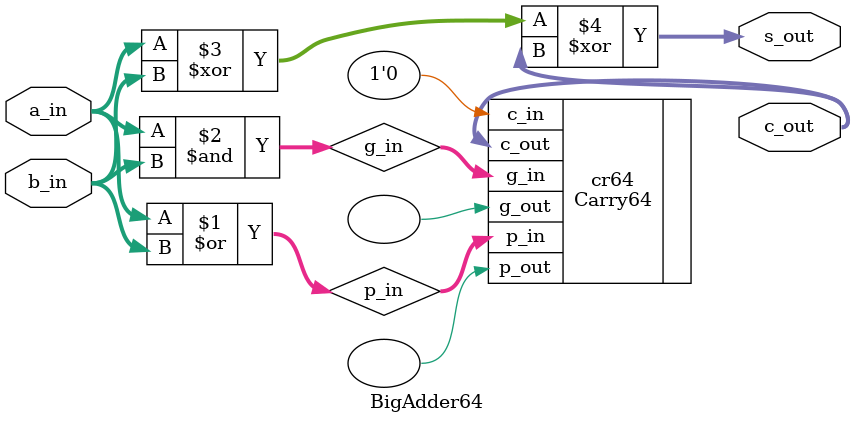
<source format=v>
module BigAdder64(
	input	[63:0] a_in,
	input 	[63:0] b_in,
	output	[63:0] c_out,
	output 	[63:0] s_out
);

wire [63:0] p_in = a_in | b_in;
wire [63:0] g_in = a_in & b_in;

assign s_out = a_in ^ b_in ^ c_out;

Carry64 cr64(
	.c_in (1'b0),
	.p_in (p_in),
	.g_in (g_in),
	.p_out(),
	.g_out(),
	.c_out(c_out)
);

endmodule
</source>
